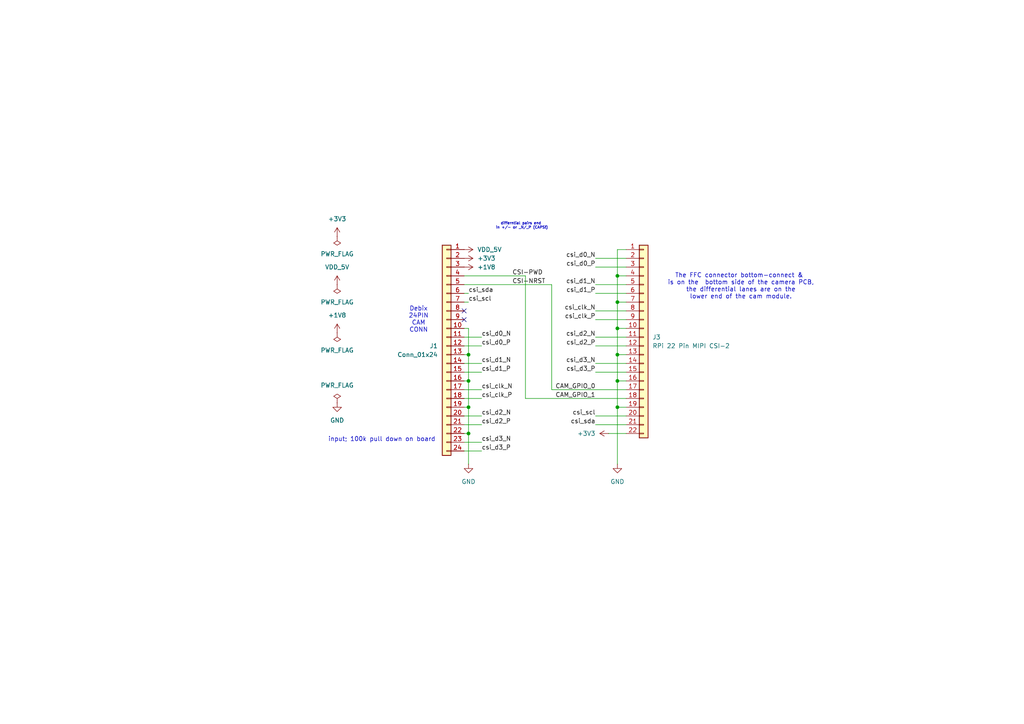
<source format=kicad_sch>
(kicad_sch (version 20250114) (generator "eeschema") (generator_version "9.0")
  (paper "A4")
  (lib_symbols
    (symbol "Connector_Generic:Conn_01x22" (pin_names (offset 1.016) (hide yes))
      (property "Reference" "J" (at 0 27.94 0))
      (property "Value" "Conn_01x22" (at 0 -30.48 0))
      (symbol "Conn_01x22_1_1"
        (rectangle (start -1.27 26.67) (end 1.27 -29.21) (stroke (width 0.254)) (fill (type background)))
        (rectangle (start -1.27 25.527) (end 0 25.273) (stroke (width 0.1524)))
        (rectangle (start -1.27 22.987) (end 0 22.733) (stroke (width 0.1524)))
        (rectangle (start -1.27 20.447) (end 0 20.193) (stroke (width 0.1524)))
        (rectangle (start -1.27 17.907) (end 0 17.653) (stroke (width 0.1524)))
        (rectangle (start -1.27 15.367) (end 0 15.113) (stroke (width 0.1524)))
        (rectangle (start -1.27 12.827) (end 0 12.573) (stroke (width 0.1524)))
        (rectangle (start -1.27 10.287) (end 0 10.033) (stroke (width 0.1524)))
        (rectangle (start -1.27 7.747) (end 0 7.493) (stroke (width 0.1524)))
        (rectangle (start -1.27 5.207) (end 0 4.953) (stroke (width 0.1524)))
        (rectangle (start -1.27 2.667) (end 0 2.413) (stroke (width 0.1524)))
        (rectangle (start -1.27 0.127) (end 0 -0.127) (stroke (width 0.1524)))
        (rectangle (start -1.27 -2.413) (end 0 -2.667) (stroke (width 0.1524)))
        (rectangle (start -1.27 -4.953) (end 0 -5.207) (stroke (width 0.1524)))
        (rectangle (start -1.27 -7.493) (end 0 -7.747) (stroke (width 0.1524)))
        (rectangle (start -1.27 -10.033) (end 0 -10.287) (stroke (width 0.1524)))
        (rectangle (start -1.27 -12.573) (end 0 -12.827) (stroke (width 0.1524)))
        (rectangle (start -1.27 -15.113) (end 0 -15.367) (stroke (width 0.1524)))
        (rectangle (start -1.27 -17.653) (end 0 -17.907) (stroke (width 0.1524)))
        (rectangle (start -1.27 -20.193) (end 0 -20.447) (stroke (width 0.1524)))
        (rectangle (start -1.27 -22.733) (end 0 -22.987) (stroke (width 0.1524)))
        (rectangle (start -1.27 -25.273) (end 0 -25.527) (stroke (width 0.1524)))
        (rectangle (start -1.27 -27.813) (end 0 -28.067) (stroke (width 0.1524)))
        (pin passive line (at -5.08 25.4 0) (length 3.81) (name "Pin_1") (number "1"))
        (pin passive line (at -5.08 22.86 0) (length 3.81) (name "Pin_2") (number "2"))
        (pin passive line (at -5.08 20.32 0) (length 3.81) (name "Pin_3") (number "3"))
        (pin passive line (at -5.08 17.78 0) (length 3.81) (name "Pin_4") (number "4"))
        (pin passive line (at -5.08 15.24 0) (length 3.81) (name "Pin_5") (number "5"))
        (pin passive line (at -5.08 12.7 0) (length 3.81) (name "Pin_6") (number "6"))
        (pin passive line (at -5.08 10.16 0) (length 3.81) (name "Pin_7") (number "7"))
        (pin passive line (at -5.08 7.62 0) (length 3.81) (name "Pin_8") (number "8"))
        (pin passive line (at -5.08 5.08 0) (length 3.81) (name "Pin_9") (number "9"))
        (pin passive line (at -5.08 2.54 0) (length 3.81) (name "Pin_10") (number "10"))
        (pin passive line (at -5.08 0 0) (length 3.81) (name "Pin_11") (number "11"))
        (pin passive line (at -5.08 -2.54 0) (length 3.81) (name "Pin_12") (number "12"))
        (pin passive line (at -5.08 -5.08 0) (length 3.81) (name "Pin_13") (number "13"))
        (pin passive line (at -5.08 -7.62 0) (length 3.81) (name "Pin_14") (number "14"))
        (pin passive line (at -5.08 -10.16 0) (length 3.81) (name "Pin_15") (number "15"))
        (pin passive line (at -5.08 -12.7 0) (length 3.81) (name "Pin_16") (number "16"))
        (pin passive line (at -5.08 -15.24 0) (length 3.81) (name "Pin_17") (number "17"))
        (pin passive line (at -5.08 -17.78 0) (length 3.81) (name "Pin_18") (number "18"))
        (pin passive line (at -5.08 -20.32 0) (length 3.81) (name "Pin_19") (number "19"))
        (pin passive line (at -5.08 -22.86 0) (length 3.81) (name "Pin_20") (number "20"))
        (pin passive line (at -5.08 -25.4 0) (length 3.81) (name "Pin_21") (number "21"))
        (pin passive line (at -5.08 -27.94 0) (length 3.81) (name "Pin_22") (number "22"))
      )
    )
    (symbol "Connector_Generic:Conn_01x24" (pin_names (offset 1.016) (hide yes))
      (property "Reference" "J" (at 0 30.48 0))
      (property "Value" "Conn_01x24" (at 0 -33.02 0))
      (symbol "Conn_01x24_1_1"
        (rectangle (start -1.27 29.21) (end 1.27 -31.75) (stroke (width 0.254)) (fill (type background)))
        (rectangle (start -1.27 28.067) (end 0 27.813) (stroke (width 0.1524)))
        (rectangle (start -1.27 25.527) (end 0 25.273) (stroke (width 0.1524)))
        (rectangle (start -1.27 22.987) (end 0 22.733) (stroke (width 0.1524)))
        (rectangle (start -1.27 20.447) (end 0 20.193) (stroke (width 0.1524)))
        (rectangle (start -1.27 17.907) (end 0 17.653) (stroke (width 0.1524)))
        (rectangle (start -1.27 15.367) (end 0 15.113) (stroke (width 0.1524)))
        (rectangle (start -1.27 12.827) (end 0 12.573) (stroke (width 0.1524)))
        (rectangle (start -1.27 10.287) (end 0 10.033) (stroke (width 0.1524)))
        (rectangle (start -1.27 7.747) (end 0 7.493) (stroke (width 0.1524)))
        (rectangle (start -1.27 5.207) (end 0 4.953) (stroke (width 0.1524)))
        (rectangle (start -1.27 2.667) (end 0 2.413) (stroke (width 0.1524)))
        (rectangle (start -1.27 0.127) (end 0 -0.127) (stroke (width 0.1524)))
        (rectangle (start -1.27 -2.413) (end 0 -2.667) (stroke (width 0.1524)))
        (rectangle (start -1.27 -4.953) (end 0 -5.207) (stroke (width 0.1524)))
        (rectangle (start -1.27 -7.493) (end 0 -7.747) (stroke (width 0.1524)))
        (rectangle (start -1.27 -10.033) (end 0 -10.287) (stroke (width 0.1524)))
        (rectangle (start -1.27 -12.573) (end 0 -12.827) (stroke (width 0.1524)))
        (rectangle (start -1.27 -15.113) (end 0 -15.367) (stroke (width 0.1524)))
        (rectangle (start -1.27 -17.653) (end 0 -17.907) (stroke (width 0.1524)))
        (rectangle (start -1.27 -20.193) (end 0 -20.447) (stroke (width 0.1524)))
        (rectangle (start -1.27 -22.733) (end 0 -22.987) (stroke (width 0.1524)))
        (rectangle (start -1.27 -25.273) (end 0 -25.527) (stroke (width 0.1524)))
        (rectangle (start -1.27 -27.813) (end 0 -28.067) (stroke (width 0.1524)))
        (rectangle (start -1.27 -30.353) (end 0 -30.607) (stroke (width 0.1524)))
        (pin passive line (at -5.08 27.94 0) (length 3.81) (name "Pin_1") (number "1"))
        (pin passive line (at -5.08 25.4 0) (length 3.81) (name "Pin_2") (number "2"))
        (pin passive line (at -5.08 22.86 0) (length 3.81) (name "Pin_3") (number "3"))
        (pin passive line (at -5.08 20.32 0) (length 3.81) (name "Pin_4") (number "4"))
        (pin passive line (at -5.08 17.78 0) (length 3.81) (name "Pin_5") (number "5"))
        (pin passive line (at -5.08 15.24 0) (length 3.81) (name "Pin_6") (number "6"))
        (pin passive line (at -5.08 12.7 0) (length 3.81) (name "Pin_7") (number "7"))
        (pin passive line (at -5.08 10.16 0) (length 3.81) (name "Pin_8") (number "8"))
        (pin passive line (at -5.08 7.62 0) (length 3.81) (name "Pin_9") (number "9"))
        (pin passive line (at -5.08 5.08 0) (length 3.81) (name "Pin_10") (number "10"))
        (pin passive line (at -5.08 2.54 0) (length 3.81) (name "Pin_11") (number "11"))
        (pin passive line (at -5.08 0 0) (length 3.81) (name "Pin_12") (number "12"))
        (pin passive line (at -5.08 -2.54 0) (length 3.81) (name "Pin_13") (number "13"))
        (pin passive line (at -5.08 -5.08 0) (length 3.81) (name "Pin_14") (number "14"))
        (pin passive line (at -5.08 -7.62 0) (length 3.81) (name "Pin_15") (number "15"))
        (pin passive line (at -5.08 -10.16 0) (length 3.81) (name "Pin_16") (number "16"))
        (pin passive line (at -5.08 -12.7 0) (length 3.81) (name "Pin_17") (number "17"))
        (pin passive line (at -5.08 -15.24 0) (length 3.81) (name "Pin_18") (number "18"))
        (pin passive line (at -5.08 -17.78 0) (length 3.81) (name "Pin_19") (number "19"))
        (pin passive line (at -5.08 -20.32 0) (length 3.81) (name "Pin_20") (number "20"))
        (pin passive line (at -5.08 -22.86 0) (length 3.81) (name "Pin_21") (number "21"))
        (pin passive line (at -5.08 -25.4 0) (length 3.81) (name "Pin_22") (number "22"))
        (pin passive line (at -5.08 -27.94 0) (length 3.81) (name "Pin_23") (number "23"))
        (pin passive line (at -5.08 -30.48 0) (length 3.81) (name "Pin_24") (number "24"))
      )
    )
    (symbol "power:+1V8" (power) (pin_numbers (hide yes)) (pin_names (offset 0) (hide yes))
      (property "Value" "+1V8" (at 0 3.556 0))
      (symbol "+1V8_0_1"
        (polyline (pts (xy -0.762 1.27) (xy 0 2.54)))
        (polyline (pts (xy 0 2.54) (xy 0.762 1.27)))
        (polyline (pts (xy 0 0) (xy 0 2.54)))
      )
      (symbol "+1V8_1_1"
        (pin power_in line (at 0 0 90) (length 0) (name "~") (number "1"))
      )
    )
    (symbol "power:+3V3" (power) (pin_numbers (hide yes)) (pin_names (offset 0) (hide yes))
      (property "Value" "+3V3" (at 0 3.556 0))
      (symbol "+3V3_0_1"
        (polyline (pts (xy -0.762 1.27) (xy 0 2.54)))
        (polyline (pts (xy 0 2.54) (xy 0.762 1.27)))
        (polyline (pts (xy 0 0) (xy 0 2.54)))
      )
      (symbol "+3V3_1_1"
        (pin power_in line (at 0 0 90) (length 0) (name "~") (number "1"))
      )
    )
    (symbol "power:+5V" (power) (pin_numbers (hide yes)) (pin_names (offset 0) (hide yes))
      (property "Value" "+5V" (at 0 3.556 0))
      (symbol "+5V_0_1"
        (polyline (pts (xy -0.762 1.27) (xy 0 2.54)))
        (polyline (pts (xy 0 2.54) (xy 0.762 1.27)))
        (polyline (pts (xy 0 0) (xy 0 2.54)))
      )
      (symbol "+5V_1_1"
        (pin power_in line (at 0 0 90) (length 0) (name "~") (number "1"))
      )
    )
    (symbol "power:GND" (power) (pin_numbers (hide yes)) (pin_names (offset 0) (hide yes))
      (property "Value" "GND" (at 0 -3.81 0))
      (symbol "GND_0_1"
        (polyline (pts (xy 0 0) (xy 0 -1.27) (xy 1.27 -1.27) (xy 0 -2.54) (xy -1.27 -1.27) (xy 0 -1.27)))
      )
      (symbol "GND_1_1"
        (pin power_in line (at 0 0 270) (length 0) (name "~") (number "1"))
      )
    )
    (symbol "power:PWR_FLAG" (power) (pin_numbers (hide yes)) (pin_names (offset 0) (hide yes))
      (property "Value" "PWR_FLAG" (at 0 3.81 0))
      (symbol "PWR_FLAG_0_0"
        (pin power_out line (at 0 0 90) (length 0) (name "~") (number "1"))
      )
      (symbol "PWR_FLAG_0_1"
        (polyline (pts (xy 0 0) (xy 0 1.27) (xy -1.016 1.905) (xy 0 2.54) (xy 1.016 1.905) (xy 0 1.27)))
      )
    )
    (symbol "power:VDD" (power) (pin_numbers (hide yes)) (pin_names (offset 0) (hide yes))
      (property "Value" "VDD" (at 0 3.556 0))
      (symbol "VDD_0_1"
        (polyline (pts (xy -0.762 1.27) (xy 0 2.54)))
        (polyline (pts (xy 0 2.54) (xy 0.762 1.27)))
        (polyline (pts (xy 0 0) (xy 0 2.54)))
      )
      (symbol "VDD_1_1"
        (pin power_in line (at 0 0 90) (length 0) (name "~") (number "1"))
      )
    )
  )
  (text "input; 100k pull down on board" (at 110.744 127.508 0) (effects (font (size 1.27 1.27))))
  (text "The FFC connector bottom-connect & \nis on the  bottom side of the camera PCB,\nthe differential lanes are on the\nlower end of the cam module." (at 214.884 83.058 0) (effects (font (size 1.27 1.27))))
  (text "Debix\n24PIN\nCAM\nCONN" (at 121.412 92.71 0) (effects (font (size 1.27 1.27))))
  (text "differntial pairs end \nin +/- or _N/_P (CAPS!)" (at 151.384 65.532 0) (effects (font (size 0.762 0.762))))
  (junction (at 135.89 125.73))
  (junction (at 135.89 102.87))
  (junction (at 179.07 110.49))
  (junction (at 179.07 102.87))
  (junction (at 179.07 80.01))
  (junction (at 179.07 118.11))
  (junction (at 135.89 118.11))
  (junction (at 179.07 95.25))
  (junction (at 179.07 87.63))
  (junction (at 135.89 110.49))
  (no_connect (at 134.62 92.71))
  (no_connect (at 134.62 90.17))
  (wire (pts (xy 172.72 77.47) (xy 181.61 77.47)))
  (wire (pts (xy 139.7 105.41) (xy 134.62 105.41)))
  (wire (pts (xy 176.53 125.73) (xy 181.61 125.73)))
  (wire (pts (xy 179.07 118.11) (xy 179.07 134.62)))
  (wire (pts (xy 179.07 110.49) (xy 181.61 110.49)))
  (wire (pts (xy 134.62 95.25) (xy 135.89 95.25)))
  (wire (pts (xy 172.72 82.55) (xy 181.61 82.55)))
  (wire (pts (xy 179.07 95.25) (xy 179.07 102.87)))
  (wire (pts (xy 139.7 130.81) (xy 134.62 130.81)))
  (wire (pts (xy 152.4 80.01) (xy 152.4 115.57)))
  (wire (pts (xy 179.07 102.87) (xy 179.07 110.49)))
  (wire (pts (xy 139.7 97.79) (xy 134.62 97.79)))
  (wire (pts (xy 135.89 85.09) (xy 134.62 85.09)))
  (wire (pts (xy 179.07 87.63) (xy 179.07 95.25)))
  (wire (pts (xy 172.72 120.65) (xy 181.61 120.65)))
  (wire (pts (xy 172.72 107.95) (xy 181.61 107.95)))
  (wire (pts (xy 152.4 115.57) (xy 181.61 115.57)))
  (wire (pts (xy 179.07 110.49) (xy 179.07 118.11)))
  (wire (pts (xy 172.72 90.17) (xy 181.61 90.17)))
  (wire (pts (xy 134.62 80.01) (xy 152.4 80.01)))
  (wire (pts (xy 134.62 102.87) (xy 135.89 102.87)))
  (wire (pts (xy 135.89 118.11) (xy 135.89 125.73)))
  (wire (pts (xy 172.72 123.19) (xy 181.61 123.19)))
  (wire (pts (xy 139.7 107.95) (xy 134.62 107.95)))
  (wire (pts (xy 179.07 118.11) (xy 181.61 118.11)))
  (wire (pts (xy 172.72 105.41) (xy 181.61 105.41)))
  (wire (pts (xy 135.89 102.87) (xy 135.89 110.49)))
  (wire (pts (xy 139.7 123.19) (xy 134.62 123.19)))
  (wire (pts (xy 135.89 87.63) (xy 134.62 87.63)))
  (wire (pts (xy 139.7 120.65) (xy 134.62 120.65)))
  (wire (pts (xy 134.62 110.49) (xy 135.89 110.49)))
  (wire (pts (xy 160.02 82.55) (xy 160.02 113.03)))
  (wire (pts (xy 172.72 97.79) (xy 181.61 97.79)))
  (wire (pts (xy 181.61 72.39) (xy 179.07 72.39)))
  (wire (pts (xy 179.07 95.25) (xy 181.61 95.25)))
  (wire (pts (xy 139.7 100.33) (xy 134.62 100.33)))
  (wire (pts (xy 135.89 95.25) (xy 135.89 102.87)))
  (wire (pts (xy 139.7 128.27) (xy 134.62 128.27)))
  (wire (pts (xy 135.89 125.73) (xy 135.89 134.62)))
  (wire (pts (xy 179.07 72.39) (xy 179.07 80.01)))
  (wire (pts (xy 135.89 110.49) (xy 135.89 118.11)))
  (wire (pts (xy 179.07 102.87) (xy 181.61 102.87)))
  (wire (pts (xy 179.07 80.01) (xy 179.07 87.63)))
  (wire (pts (xy 179.07 80.01) (xy 181.61 80.01)))
  (wire (pts (xy 139.7 113.03) (xy 134.62 113.03)))
  (wire (pts (xy 134.62 82.55) (xy 160.02 82.55)))
  (wire (pts (xy 134.62 125.73) (xy 135.89 125.73)))
  (wire (pts (xy 134.62 118.11) (xy 135.89 118.11)))
  (wire (pts (xy 179.07 87.63) (xy 181.61 87.63)))
  (wire (pts (xy 160.02 113.03) (xy 181.61 113.03)))
  (wire (pts (xy 139.7 115.57) (xy 134.62 115.57)))
  (wire (pts (xy 172.72 85.09) (xy 181.61 85.09)))
  (wire (pts (xy 172.72 74.93) (xy 181.61 74.93)))
  (wire (pts (xy 172.72 100.33) (xy 181.61 100.33)))
  (wire (pts (xy 172.72 92.71) (xy 181.61 92.71)))
  (label "CAM_GPIO_1" (at 172.72 115.57 180))
  (label "csi_d0_N" (at 139.7 97.79 0))
  (label "csi_clk_N" (at 172.72 90.17 180))
  (label "CAM_GPIO_0" (at 172.72 113.03 180))
  (label "csi_scl" (at 135.89 87.63 0))
  (label "csi_sda" (at 172.72 123.19 180))
  (label "csi_d1_P" (at 172.72 85.09 180))
  (label "csi_d0_P" (at 172.72 77.47 180))
  (label "csi_d2_P" (at 139.7 123.19 0))
  (label "csi_clk_N" (at 139.7 113.03 0))
  (label "csi_d3_P" (at 172.72 107.95 180))
  (label "csi_d3_P" (at 139.7 130.81 0))
  (label "csi_d2_N" (at 172.72 97.79 180))
  (label "csi_d3_N" (at 172.72 105.41 180))
  (label "csi_d1_N" (at 172.72 82.55 180))
  (label "CSI-PWD" (at 148.59 80.01 0))
  (label "csi_clk_P" (at 172.72 92.71 180))
  (label "csi_clk_P" (at 139.7 115.57 0))
  (label "CSI-NRST" (at 148.59 82.55 0))
  (label "csi_d1_N" (at 139.7 105.41 0))
  (label "csi_d0_N" (at 172.72 74.93 180))
  (label "csi_d3_N" (at 139.7 128.27 0))
  (label "csi_scl" (at 172.72 120.65 180))
  (label "csi_sda" (at 135.89 85.09 0))
  (label "csi_d0_P" (at 139.7 100.33 0))
  (label "csi_d2_N" (at 139.7 120.65 0))
  (label "csi_d2_P" (at 172.72 100.33 180))
  (label "csi_d1_P" (at 139.7 107.95 0))
  (symbol (lib_id "power:PWR_FLAG") (at 97.79 116.84 0) (unit 1)
    (property "Reference" "#FLG03" (effects (hide yes)))
    (property "Value" "PWR_FLAG" (at 97.79 111.76 0))
    (property "Description" "Special symbol for telling ERC where power comes from" (effects (hide yes)))
  )
  (symbol (lib_id "power:+3V3") (at 134.62 74.93 270) (unit 1)
    (property "Reference" "#PWR04" (effects (hide yes)))
    (property "Value" "+3V3" (at 138.43 74.9299 90) (effects (justify left)))
    (property "Description" "Power symbol creates a global label with name \"+3V3\"" (effects (hide yes)))
  )
  (symbol (lib_id "Connector_Generic:Conn_01x24") (at 129.54 100.33 0) (mirror y) (unit 1)
    (property "Reference" "J1" (at 127 100.3299 0) (effects (justify left)))
    (property "Value" "Conn_01x24" (at 127 102.8699 0) (effects (justify left)))
    (property "Footprint" "VoXel:fpc_1x24-P0.5mm_pins_only" (effects (hide yes)))
    (property "Description" "Generic connector, single row, 01x24, script generated (kicad-library-utils/schlib/autogen/connector/)" (effects (hide yes)))
  )
  (symbol (lib_id "power:GND") (at 135.89 134.62 0) (unit 1)
    (property "Reference" "#PWR07" (effects (hide yes)))
    (property "Value" "GND" (at 135.89 139.7 0))
    (property "Description" "Power symbol creates a global label with name \"GND\" , ground" (effects (hide yes)))
  )
  (symbol (lib_id "power:+3V3") (at 97.79 68.58 0) (unit 1)
    (property "Reference" "#PWR01" (effects (hide yes)))
    (property "Value" "+3V3" (at 97.79 63.5 0))
    (property "Description" "Power symbol creates a global label with name \"+3V3\"" (effects (hide yes)))
  )
  (symbol (lib_id "power:GND") (at 179.07 134.62 0) (unit 1)
    (property "Reference" "#PWR017" (effects (hide yes)))
    (property "Value" "GND" (at 179.07 139.7 0))
    (property "Description" "Power symbol creates a global label with name \"GND\" , ground" (effects (hide yes)))
  )
  (symbol (lib_id "power:+1V8") (at 134.62 77.47 270) (unit 1)
    (property "Reference" "#PWR05" (effects (hide yes)))
    (property "Value" "+1V8" (at 138.43 77.4699 90) (effects (justify left)))
    (property "Description" "Power symbol creates a global label with name \"+1V8\"" (effects (hide yes)))
  )
  (symbol (lib_id "power:+3V3") (at 176.53 125.73 90) (unit 1)
    (property "Reference" "#PWR06" (effects (hide yes)))
    (property "Value" "+3V3" (at 172.72 125.7299 90) (effects (justify left)))
    (property "Description" "Power symbol creates a global label with name \"+3V3\"" (effects (hide yes)))
  )
  (symbol (lib_id "power:PWR_FLAG") (at 97.79 96.52 180) (unit 1)
    (property "Reference" "#FLG04" (effects (hide yes)))
    (property "Value" "PWR_FLAG" (at 97.79 101.6 0))
    (property "Description" "Special symbol for telling ERC where power comes from" (effects (hide yes)))
  )
  (symbol (lib_id "power:PWR_FLAG") (at 97.79 68.58 180) (unit 1)
    (property "Reference" "#FLG01" (effects (hide yes)))
    (property "Value" "PWR_FLAG" (at 97.79 73.66 0))
    (property "Description" "Special symbol for telling ERC where power comes from" (effects (hide yes)))
  )
  (symbol (lib_id "power:+5V") (at 97.79 96.52 0) (unit 1)
    (property "Reference" "#PWR08" (effects (hide yes)))
    (property "Value" "+1V8" (at 97.79 91.44 0))
    (property "Description" "Power symbol creates a global label with name \"+5V\"" (effects (hide yes)))
  )
  (symbol (lib_id "power:PWR_FLAG") (at 97.79 82.55 180) (unit 1)
    (property "Reference" "#FLG02" (effects (hide yes)))
    (property "Value" "PWR_FLAG" (at 97.79 87.63 0))
    (property "Description" "Special symbol for telling ERC where power comes from" (effects (hide yes)))
  )
  (symbol (lib_id "power:GND") (at 97.79 116.84 0) (unit 1)
    (property "Reference" "#PWR03" (effects (hide yes)))
    (property "Value" "GND" (at 97.79 121.92 0))
    (property "Description" "Power symbol creates a global label with name \"GND\" , ground" (effects (hide yes)))
  )
  (symbol (lib_id "power:VDD") (at 134.62 72.39 270) (unit 1)
    (property "Reference" "#PWR016" (effects (hide yes)))
    (property "Value" "VDD_5V" (at 138.43 72.3899 90) (effects (justify left)))
    (property "Description" "Power symbol creates a global label with name \"VDD\"" (effects (hide yes)))
  )
  (symbol (lib_id "power:+5V") (at 97.79 82.55 0) (unit 1)
    (property "Reference" "#PWR02" (effects (hide yes)))
    (property "Value" "VDD_5V" (at 97.79 77.47 0))
    (property "Description" "Power symbol creates a global label with name \"+5V\"" (effects (hide yes)))
  )
  (symbol (lib_id "Connector_Generic:Conn_01x22") (at 186.69 97.79 0) (unit 1)
    (property "Reference" "J3" (at 189.23 97.7899 0) (effects (justify left)))
    (property "Value" "RPi 22 Pin MIPI CSI-2" (at 189.23 100.3299 0) (effects (justify left)))
    (property "Footprint" "VoXel:fpc_1x22-P0.5mm_pins_only" (effects (hide yes)))
    (property "Description" "Generic connector, single row, 01x22, script generated (kicad-library-utils/schlib/autogen/connector/)" (effects (hide yes)))
  )
)
</source>
